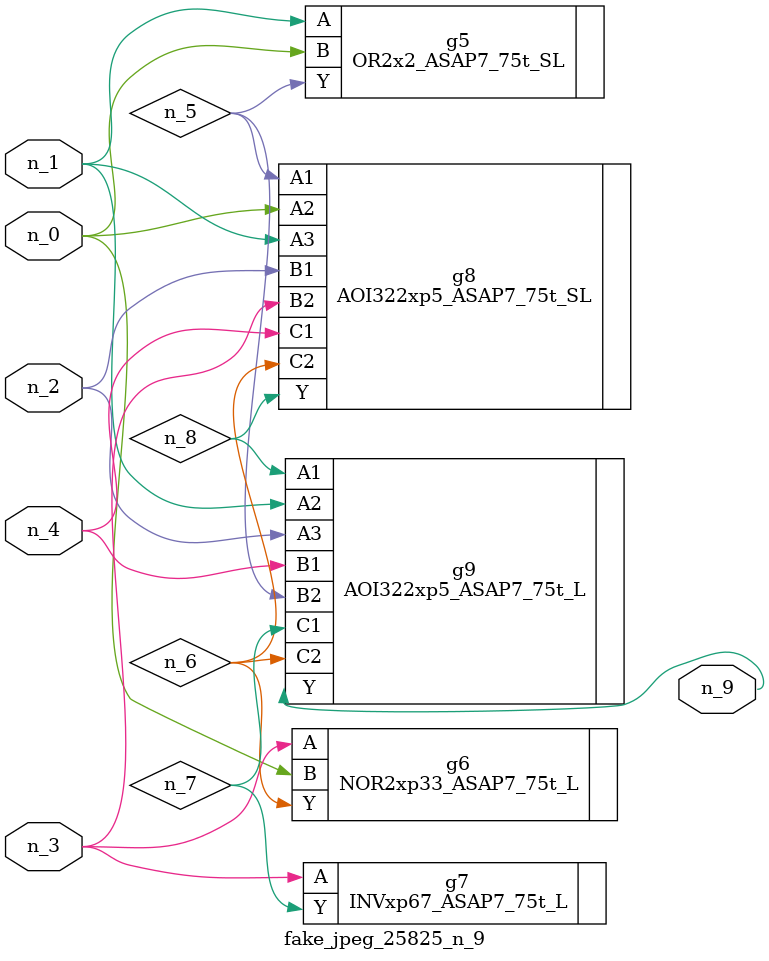
<source format=v>
module fake_jpeg_25825_n_9 (n_3, n_2, n_1, n_0, n_4, n_9);

input n_3;
input n_2;
input n_1;
input n_0;
input n_4;

output n_9;

wire n_8;
wire n_6;
wire n_5;
wire n_7;

OR2x2_ASAP7_75t_SL g5 ( 
.A(n_1),
.B(n_0),
.Y(n_5)
);

NOR2xp33_ASAP7_75t_L g6 ( 
.A(n_3),
.B(n_0),
.Y(n_6)
);

INVxp67_ASAP7_75t_L g7 ( 
.A(n_3),
.Y(n_7)
);

AOI322xp5_ASAP7_75t_SL g8 ( 
.A1(n_5),
.A2(n_0),
.A3(n_1),
.B1(n_2),
.B2(n_3),
.C1(n_4),
.C2(n_6),
.Y(n_8)
);

AOI322xp5_ASAP7_75t_L g9 ( 
.A1(n_8),
.A2(n_1),
.A3(n_2),
.B1(n_4),
.B2(n_5),
.C1(n_7),
.C2(n_6),
.Y(n_9)
);


endmodule
</source>
